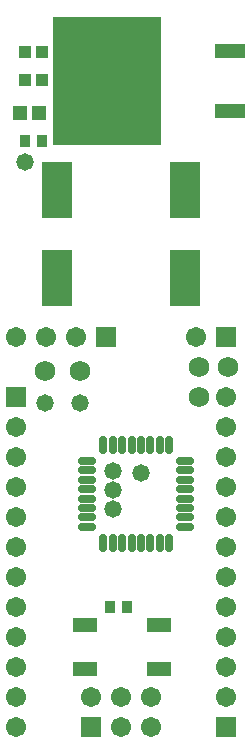
<source format=gts>
%FSTAX24Y24*%
%MOIN*%
%SFA1B1*%

%IPPOS*%
%ADD30R,0.102500X0.049300*%
%ADD31R,0.358400X0.427300*%
%ADD32R,0.098600X0.187100*%
%ADD33R,0.035600X0.043400*%
%ADD34R,0.045400X0.047400*%
%ADD35R,0.039500X0.043400*%
%ADD36R,0.078900X0.051300*%
%ADD37O,0.029700X0.061200*%
%ADD38O,0.061200X0.029700*%
%ADD39C,0.068000*%
%ADD40R,0.067100X0.067100*%
%ADD41C,0.067100*%
%ADD42R,0.067100X0.067100*%
%ADD43C,0.058000*%
%ADD44C,0.122000*%
%LNpcb1-1*%
%LPD*%
G54D30*
X008504Y02172D03*
Y02372D03*
G54D31*
X004429Y02272D03*
G54D32*
X002766Y016153D03*
Y019106D03*
X007019Y016153D03*
Y019106D03*
G54D33*
X001672Y020751D03*
X002262D03*
X005098Y005189D03*
X004508D03*
G54D34*
X001524Y021654D03*
X002154D03*
G54D35*
X002242Y022756D03*
X001691D03*
X002242Y023701D03*
X001691D03*
G54D36*
X003701Y004587D03*
Y00313D03*
X006142Y004587D03*
Y00313D03*
G54D37*
X006496Y01061D03*
X006181D03*
X005866D03*
X005551D03*
X005236D03*
X004921D03*
X004606D03*
X004291D03*
Y007343D03*
X004606D03*
X004921D03*
X005236D03*
X005551D03*
X005866D03*
X006181D03*
X006496D03*
G54D38*
X00376Y010079D03*
Y009764D03*
Y009449D03*
Y009134D03*
Y008819D03*
Y008504D03*
Y008189D03*
Y007874D03*
X007028D03*
Y008189D03*
Y008504D03*
Y008819D03*
Y009134D03*
Y009449D03*
Y009764D03*
Y010079D03*
G54D39*
X003533Y013071D03*
X002362D03*
X008465Y013189D03*
X00748Y012205D03*
Y013189D03*
G54D40*
X004386Y014205D03*
X003886Y001205D03*
X008386Y014205D03*
G54D41*
X003386Y014205D03*
X002386D03*
X001386D03*
X005886Y002205D03*
Y001205D03*
X004886Y002205D03*
Y001205D03*
X003886Y002205D03*
X001386Y011205D03*
Y010205D03*
Y009205D03*
Y008205D03*
Y007205D03*
Y006205D03*
Y005205D03*
Y004205D03*
Y003205D03*
Y002205D03*
Y001205D03*
X008386Y002205D03*
Y003205D03*
Y004205D03*
Y005205D03*
Y006205D03*
Y007205D03*
Y008205D03*
Y009205D03*
Y010205D03*
Y011205D03*
Y012205D03*
X007386Y014205D03*
G54D42*
X001386Y012205D03*
X008386Y001205D03*
G54D43*
X002352Y011998D03*
X003533D03*
X004606Y009724D03*
Y009094D03*
Y008465D03*
X005551Y009685D03*
X001672Y020039D03*
G54D44*
X004488Y022913D03*
M02*
</source>
